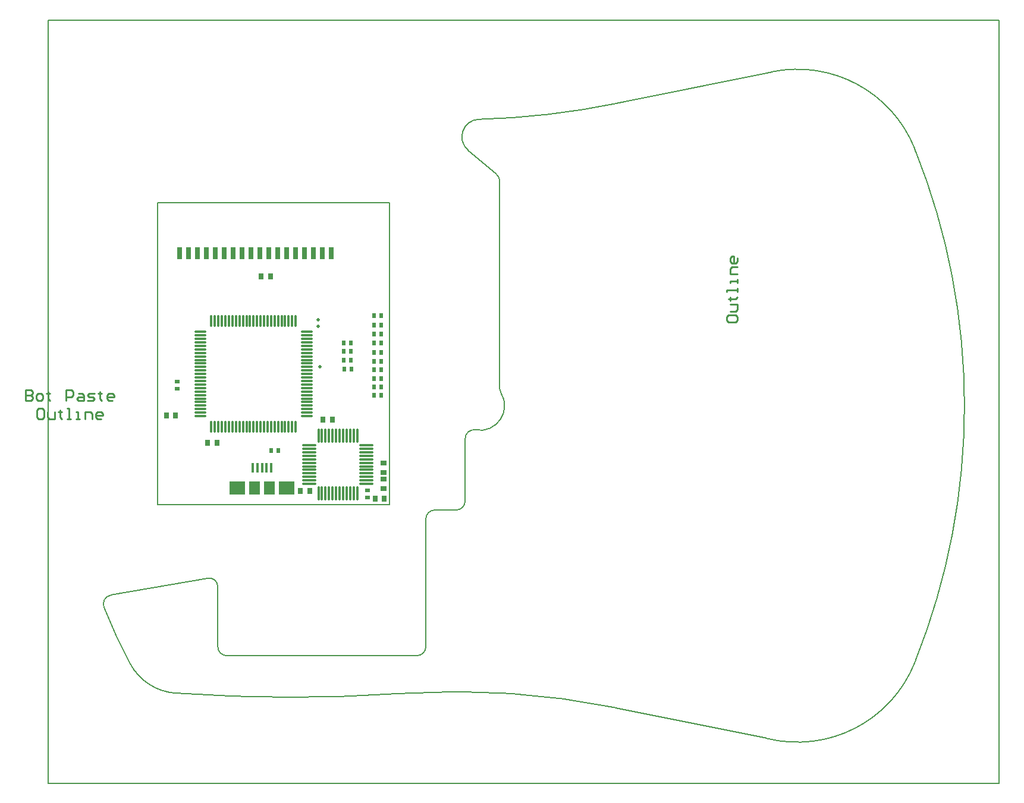
<source format=gbp>
G04 Layer_Color=128*
%FSLAX25Y25*%
%MOIN*%
G70*
G01*
G75*
%ADD10R,0.03543X0.02559*%
%ADD11R,0.02559X0.03543*%
%ADD12R,0.02559X0.02165*%
%ADD14R,0.02165X0.02559*%
%ADD32C,0.01000*%
%ADD34C,0.00600*%
%ADD39C,0.02000*%
%ADD56C,0.00800*%
%ADD59C,0.00500*%
%ADD76R,0.03000X0.07000*%
%ADD77O,0.07087X0.01181*%
%ADD78O,0.01181X0.07087*%
%ADD79O,0.01181X0.08268*%
%ADD80O,0.08268X0.01181*%
%ADD81R,0.06102X0.07480*%
%ADD82R,0.09055X0.07480*%
%ADD83R,0.01575X0.05512*%
D10*
X364023Y257425D02*
D03*
Y252307D02*
D03*
Y266480D02*
D03*
Y261362D02*
D03*
D11*
X330165Y290889D02*
D03*
X335283D02*
D03*
X270670Y277943D02*
D03*
X265551D02*
D03*
X242370Y293251D02*
D03*
X247488D02*
D03*
X359299Y246401D02*
D03*
X364417D02*
D03*
X322685Y250732D02*
D03*
X317566D02*
D03*
X295519Y371204D02*
D03*
X300637D02*
D03*
D12*
X248275Y312149D02*
D03*
Y308212D02*
D03*
X354952Y251311D02*
D03*
Y247374D02*
D03*
D14*
X301031Y273567D02*
D03*
X304968D02*
D03*
X362720Y328556D02*
D03*
X358783D02*
D03*
X362720Y334043D02*
D03*
X358783D02*
D03*
X362720Y344043D02*
D03*
X358783D02*
D03*
X358783Y339043D02*
D03*
X362720D02*
D03*
X345920Y319143D02*
D03*
X341983D02*
D03*
X345820Y329076D02*
D03*
X341883D02*
D03*
X345820Y324110D02*
D03*
X341883D02*
D03*
X362720Y314043D02*
D03*
X358783D02*
D03*
X362720Y323394D02*
D03*
X358783D02*
D03*
X358683Y309069D02*
D03*
X362620D02*
D03*
X345820Y334043D02*
D03*
X341883D02*
D03*
X358783Y349178D02*
D03*
X362720D02*
D03*
Y318943D02*
D03*
X358783D02*
D03*
Y304501D02*
D03*
X362720D02*
D03*
D32*
X163247Y307566D02*
Y301569D01*
X166246D01*
X167245Y302568D01*
Y303568D01*
X166246Y304568D01*
X163247D01*
X166246D01*
X167245Y305567D01*
Y306567D01*
X166246Y307566D01*
X163247D01*
X170245Y301569D02*
X172244D01*
X173244Y302568D01*
Y304568D01*
X172244Y305567D01*
X170245D01*
X169245Y304568D01*
Y302568D01*
X170245Y301569D01*
X176243Y306567D02*
Y305567D01*
X175243D01*
X177242D01*
X176243D01*
Y302568D01*
X177242Y301569D01*
X186239D02*
Y307566D01*
X189238D01*
X190238Y306567D01*
Y304568D01*
X189238Y303568D01*
X186239D01*
X193237Y305567D02*
X195237D01*
X196236Y304568D01*
Y301569D01*
X193237D01*
X192237Y302568D01*
X193237Y303568D01*
X196236D01*
X198235Y301569D02*
X201235D01*
X202234Y302568D01*
X201235Y303568D01*
X199235D01*
X198235Y304568D01*
X199235Y305567D01*
X202234D01*
X205233Y306567D02*
Y305567D01*
X204234D01*
X206233D01*
X205233D01*
Y302568D01*
X206233Y301569D01*
X212231D02*
X210232D01*
X209232Y302568D01*
Y304568D01*
X210232Y305567D01*
X212231D01*
X213231Y304568D01*
Y303568D01*
X209232D01*
X556453Y348398D02*
Y346398D01*
X557453Y345399D01*
X561451D01*
X562451Y346398D01*
Y348398D01*
X561451Y349397D01*
X557453D01*
X556453Y348398D01*
X558452Y351397D02*
X561451D01*
X562451Y352396D01*
Y355396D01*
X558452D01*
X557453Y358395D02*
X558452D01*
Y357395D01*
Y359394D01*
Y358395D01*
X561451D01*
X562451Y359394D01*
Y362393D02*
Y364393D01*
Y363393D01*
X556453D01*
Y362393D01*
X562451Y367392D02*
Y369391D01*
Y368391D01*
X558452D01*
Y367392D01*
X562451Y372390D02*
X558452D01*
Y375389D01*
X559452Y376389D01*
X562451D01*
Y381387D02*
Y379388D01*
X561451Y378388D01*
X559452D01*
X558452Y379388D01*
Y381387D01*
X559452Y382387D01*
X560452D01*
Y378388D01*
X172744Y297358D02*
X170744D01*
X169745Y296358D01*
Y292360D01*
X170744Y291360D01*
X172744D01*
X173743Y292360D01*
Y296358D01*
X172744Y297358D01*
X175743Y295359D02*
Y292360D01*
X176742Y291360D01*
X179742D01*
Y295359D01*
X182740Y296358D02*
Y295359D01*
X181741D01*
X183740D01*
X182740D01*
Y292360D01*
X183740Y291360D01*
X186739D02*
X188739D01*
X187739D01*
Y297358D01*
X186739D01*
X191738Y291360D02*
X193737D01*
X192737D01*
Y295359D01*
X191738D01*
X196736Y291360D02*
Y295359D01*
X199735D01*
X200735Y294359D01*
Y291360D01*
X205733D02*
X203734D01*
X202734Y292360D01*
Y294359D01*
X203734Y295359D01*
X205733D01*
X206733Y294359D01*
Y293359D01*
X202734D01*
D34*
X271199Y197100D02*
G03*
X265331Y202024I-5000J0D01*
G01*
X211131Y192424D02*
G03*
X207351Y185660I868J-4923D01*
G01*
X207365Y185649D02*
G03*
X221998Y154053I285528J113050D01*
G01*
X222012Y154064D02*
G03*
X248120Y137445I27788J14837D01*
G01*
X248123Y137498D02*
G03*
X374671Y137370I64179J895306D01*
G01*
X494138Y129335D02*
G03*
X375560Y137364I-89279J-438871D01*
G01*
X578946Y112082D02*
G03*
X661773Y154430I17054J68818D01*
G01*
X662305Y155917D02*
G03*
X662238Y441653I-358406J142783D01*
G01*
X661737Y443060D02*
G03*
X581986Y486002I-65737J-26559D01*
G01*
X429099Y308500D02*
G03*
X429836Y305888I4999J1D01*
G01*
X415703Y285110D02*
G03*
X429866Y305911I2396J13590D01*
G01*
X415668Y285124D02*
G03*
X409799Y280200I-869J-4924D01*
G01*
X404799Y240200D02*
G03*
X409799Y245200I0J5000D01*
G01*
X392799Y240200D02*
G03*
X387799Y235200I0J-5000D01*
G01*
X382799Y158500D02*
G03*
X387799Y163500I0J5000D01*
G01*
X271199D02*
G03*
X276199Y158500I5000J0D01*
G01*
X417516Y459294D02*
G03*
X494633Y468209I-12450J445697D01*
G01*
X417516Y459294D02*
G03*
X411452Y442036I300J-9800D01*
G01*
X429216Y424594D02*
G03*
X427437Y428419I-5000J1D01*
G01*
X494146Y129372D02*
X578955Y112119D01*
X494543Y468209D02*
X581999Y486000D01*
X271199Y163500D02*
Y197100D01*
X211099Y192400D02*
X265399Y202000D01*
X409799Y245200D02*
Y280200D01*
X392799Y240200D02*
X404799D01*
X387799Y163500D02*
Y235200D01*
X276199Y158500D02*
X382799D01*
X411416Y441994D02*
X427416Y428394D01*
X429117Y309399D02*
X429216Y424624D01*
X374671Y137370D02*
X375554D01*
X661773Y154430D02*
X662305Y155917D01*
X661737Y443060D02*
X662238Y441653D01*
X494543Y468209D02*
X494633D01*
X429099Y308500D02*
Y309381D01*
X429117Y309399D01*
D39*
X327540Y343143D02*
D03*
X328252Y320543D02*
D03*
X327540Y347043D02*
D03*
D56*
X176000Y87000D02*
Y515000D01*
X709000D01*
Y87000D02*
Y515000D01*
X176000Y87000D02*
X709000D01*
D59*
X237351Y243251D02*
X367273D01*
Y412543D01*
X237351D02*
X367273D01*
X237351Y243251D02*
Y412543D01*
D76*
X249633Y384306D02*
D03*
X254633D02*
D03*
X259633D02*
D03*
X264633D02*
D03*
X269633D02*
D03*
X274633D02*
D03*
X279633D02*
D03*
X284633D02*
D03*
X289633D02*
D03*
X294633D02*
D03*
X299633D02*
D03*
X304633D02*
D03*
X309633D02*
D03*
X314633D02*
D03*
X334633D02*
D03*
X329633D02*
D03*
X324633D02*
D03*
X319633D02*
D03*
D77*
X261464Y340102D02*
D03*
Y338133D02*
D03*
Y336165D02*
D03*
Y334196D02*
D03*
Y332228D02*
D03*
Y330259D02*
D03*
Y328291D02*
D03*
Y326322D02*
D03*
Y324354D02*
D03*
Y322385D02*
D03*
Y320417D02*
D03*
Y318448D02*
D03*
Y316480D02*
D03*
Y314511D02*
D03*
Y312543D02*
D03*
Y310574D02*
D03*
Y308606D02*
D03*
Y306637D02*
D03*
Y304669D02*
D03*
Y302700D02*
D03*
Y300732D02*
D03*
Y298763D02*
D03*
Y296795D02*
D03*
Y294826D02*
D03*
Y292858D02*
D03*
X320913D02*
D03*
Y294826D02*
D03*
Y296795D02*
D03*
Y298763D02*
D03*
Y300732D02*
D03*
Y310574D02*
D03*
Y312543D02*
D03*
Y314511D02*
D03*
Y316480D02*
D03*
Y318448D02*
D03*
Y320417D02*
D03*
Y322385D02*
D03*
Y324354D02*
D03*
Y326322D02*
D03*
Y328291D02*
D03*
Y330259D02*
D03*
Y332228D02*
D03*
Y334196D02*
D03*
Y336165D02*
D03*
Y338133D02*
D03*
Y340102D02*
D03*
Y308606D02*
D03*
Y304669D02*
D03*
Y302700D02*
D03*
Y306637D02*
D03*
D78*
X267566Y286755D02*
D03*
X269535D02*
D03*
X271503D02*
D03*
X273472D02*
D03*
X275441D02*
D03*
X277409D02*
D03*
X279378D02*
D03*
X281346D02*
D03*
X283314D02*
D03*
X285283D02*
D03*
X287251D02*
D03*
X289220D02*
D03*
X291189D02*
D03*
X293157D02*
D03*
X295126D02*
D03*
X297094D02*
D03*
X299062D02*
D03*
X301031D02*
D03*
X302999D02*
D03*
X304968D02*
D03*
X306937D02*
D03*
X308905D02*
D03*
X310874D02*
D03*
X312842D02*
D03*
X314811D02*
D03*
Y346204D02*
D03*
X312842D02*
D03*
X310874D02*
D03*
X308905D02*
D03*
X306937D02*
D03*
X304968D02*
D03*
X302999D02*
D03*
X301031D02*
D03*
X299062D02*
D03*
X297094D02*
D03*
X295126D02*
D03*
X293157D02*
D03*
X291189D02*
D03*
X289220D02*
D03*
X287251D02*
D03*
X285283D02*
D03*
X283314D02*
D03*
X281346D02*
D03*
X279378D02*
D03*
X277409D02*
D03*
X275441D02*
D03*
X273472D02*
D03*
X271503D02*
D03*
X269535D02*
D03*
X267566D02*
D03*
D79*
X327606Y281834D02*
D03*
X329574D02*
D03*
X331543D02*
D03*
X333511D02*
D03*
X335480D02*
D03*
X337448D02*
D03*
X339417D02*
D03*
X341385D02*
D03*
X343354D02*
D03*
X345322D02*
D03*
X347291D02*
D03*
X349259D02*
D03*
Y249551D02*
D03*
X347291D02*
D03*
X345322D02*
D03*
X343354D02*
D03*
X341385D02*
D03*
X339417D02*
D03*
X337448D02*
D03*
X335480D02*
D03*
X333511D02*
D03*
X331543D02*
D03*
X329574D02*
D03*
X327606D02*
D03*
D80*
X354574Y272582D02*
D03*
Y266677D02*
D03*
Y264708D02*
D03*
Y262740D02*
D03*
Y260771D02*
D03*
Y258803D02*
D03*
Y256834D02*
D03*
Y254866D02*
D03*
X322291D02*
D03*
Y256834D02*
D03*
Y258803D02*
D03*
Y260771D02*
D03*
Y262740D02*
D03*
Y264708D02*
D03*
Y266677D02*
D03*
Y268645D02*
D03*
Y270614D02*
D03*
Y272582D02*
D03*
Y274551D02*
D03*
Y276519D02*
D03*
X354574D02*
D03*
Y274551D02*
D03*
Y270614D02*
D03*
Y268645D02*
D03*
D81*
X291878Y252503D02*
D03*
X299948D02*
D03*
D82*
X282133D02*
D03*
X309693D02*
D03*
D83*
X290795Y263724D02*
D03*
X293354D02*
D03*
X295913D02*
D03*
X298472D02*
D03*
X301031D02*
D03*
M02*

</source>
